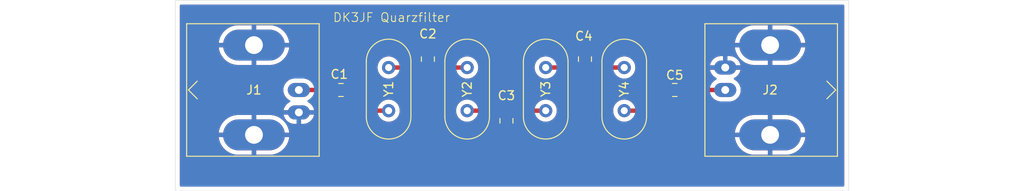
<source format=kicad_pcb>
(kicad_pcb (version 20240108) (generator "pcbnew") (generator_version "8.0")
  (layers (0 "F.Cu" signal) (31 "B.Cu" signal) (34 "B.Paste" user) (35 "F.Paste" user) (36 "B.SilkS" user "B.Silkscreen") (37 "F.SilkS" user "F.Silkscreen") (38 "B.Mask" user) (39 "F.Mask" user) (44 "Edge.Cuts" user))
  (net 0 "")
  (net 1 "Net-(J1-In)")
  (net 2 "Net-(C1-Pad2)")
  (net 3 "Net-(C2-Pad1)")
  (net 4 "GND")
  (net 5 "Net-(C3-Pad2)")
  (net 6 "Net-(C4-Pad2)")
  (net 7 "Net-(C5-Pad1)")
  (net 8 "Net-(J2-In)")
  (footprint "Capacitor_SMD:C_0805_2012Metric" (layer "F.Cu") (at 137.795 92.39 90)
    (property "Reference" "C3" (at 2.855 0 0) (layer "F.SilkS"))
    (property "Value" "470pF")
    (fp_line (start -0.261252 -0.735) (end 0.261252 -0.735) (stroke (width 0.12)) (layer "F.SilkS"))
    (fp_line (start -0.261252 0.735) (end 0.261252 0.735) (stroke (width 0.12)) (layer "F.SilkS"))
    (pad "1" smd roundrect (at -0.95 0 90) (size 1 1.45) (layers "F.Cu" "F.Paste" "F.Mask") (net 4 "GND"))
    (pad "2" smd roundrect (at 0.95 0 90) (size 1 1.45) (layers "F.Cu" "F.Paste" "F.Mask") (net 5 "Net-(C3-Pad2)"))
  )
  (footprint "Crystal:Crystal_HC49-U_Vertical" (layer "F.Cu") (at 142.24 91.24 90)
    (property "Reference" "Y3" (at 2.45 0 270) (layer "F.SilkS"))
    (property "Value" "10M")
    (fp_line (start -0.685 -2.525) (end 5.565 -2.525) (stroke (width 0.12)) (layer "F.SilkS"))
    (fp_line (start -0.685 2.525) (end 5.565 2.525) (stroke (width 0.12)) (layer "F.SilkS"))
    (fp_arc (start 5.565 -2.525) (mid 8.09 0) (end 5.565 2.525) (stroke (width 0.12)) (layer "F.SilkS"))
    (fp_arc (start -0.685 2.525) (mid -3.21 0) (end -0.685 -2.525) (stroke (width 0.12)) (layer "F.SilkS"))
    (pad "1" thru_hole circle (at 0 0 90) (size 1.5 1.5) (drill 0.8) (layers "*.Cu" "*.Mask") (net 5 "Net-(C3-Pad2)"))
    (pad "2" thru_hole circle (at 4.88 0 90) (size 1.5 1.5) (drill 0.8) (layers "*.Cu" "*.Mask") (net 6 "Net-(C4-Pad2)"))
  )
  (footprint "Capacitor_SMD:C_0805_2012Metric" (layer "F.Cu") (at 146.685 85.405 -90)
    (property "Reference" "C4" (at -2.601 0.127 180) (layer "F.SilkS"))
    (property "Value" "470pF")
    (fp_line (start -0.261252 0.735) (end 0.261252 0.735) (stroke (width 0.12)) (layer "F.SilkS"))
    (fp_line (start -0.261252 -0.735) (end 0.261252 -0.735) (stroke (width 0.12)) (layer "F.SilkS"))
    (pad "1" smd roundrect (at -0.95 0 270) (size 1 1.45) (layers "F.Cu" "F.Paste" "F.Mask") (net 4 "GND"))
    (pad "2" smd roundrect (at 0.95 0 270) (size 1 1.45) (layers "F.Cu" "F.Paste" "F.Mask") (net 6 "Net-(C4-Pad2)"))
  )
  (footprint "Capacitor_SMD:C_0805_2012Metric" (layer "F.Cu") (at 119.06 88.9)
    (property "Reference" "C1" (at -0.188 -1.778 0) (layer "F.SilkS"))
    (property "Value" "470pF")
    (fp_line (start -0.261252 -0.735) (end 0.261252 -0.735) (stroke (width 0.12)) (layer "F.SilkS"))
    (fp_line (start -0.261252 0.735) (end 0.261252 0.735) (stroke (width 0.12)) (layer "F.SilkS"))
    (pad "1" smd roundrect (at -0.95 0) (size 1 1.45) (layers "F.Cu" "F.Paste" "F.Mask") (net 1 "Net-(J1-In)"))
    (pad "2" smd roundrect (at 0.95 0) (size 1 1.45) (layers "F.Cu" "F.Paste" "F.Mask") (net 2 "Net-(C1-Pad2)"))
  )
  (footprint "Connector_Coaxial:BNC_Amphenol_B6252HB-NPP3G-50_Horizontal" (layer "F.Cu") (at 162.56 88.9 -90)
    (property "Reference" "J2" (at 0 -5.08 180) (layer "F.SilkS"))
    (property "Value" "Conn_BNC")
    (fp_line (start -7.5 2.3) (end -7.5 -12.7) (stroke (width 0.12)) (layer "F.SilkS"))
    (fp_line (start 7.5 2.3) (end -7.5 2.3) (stroke (width 0.12)) (layer "F.SilkS"))
    (fp_line (start 0 -12.5) (end -1 -11.5) (stroke (width 0.12)) (layer "F.SilkS"))
    (fp_line (start 0 -12.5) (end 1 -11.5) (stroke (width 0.12)) (layer "F.SilkS"))
    (fp_line (start -7.5 -12.7) (end 7.5 -12.7) (stroke (width 0.12)) (layer "F.SilkS"))
    (fp_line (start 7.5 -12.7) (end 7.5 2.3) (stroke (width 0.12)) (layer "F.SilkS"))
    (pad "1" thru_hole oval (at 0 0 270) (size 1.6 2.5) (drill 0.89) (layers "*.Cu" "*.Mask") (net 8 "Net-(J2-In)"))
    (pad "2" thru_hole oval (at -5.08 -5.08 270) (size 3.5 7) (drill 2.01) (layers "*.Cu" "*.Mask") (net 4 "GND"))
    (pad "2" thru_hole oval (at -2.54 0 270) (size 1.6 2.5) (drill 0.89) (layers "*.Cu" "*.Mask") (net 4 "GND"))
    (pad "2" thru_hole oval (at 5.08 -5.08 270) (size 3.5 7) (drill 2.01) (layers "*.Cu" "*.Mask") (net 4 "GND"))
  )
  (footprint "Crystal:Crystal_HC49-U_Vertical" (layer "F.Cu") (at 133.35 86.36 -90)
    (property "Reference" "Y2" (at 2.45 0 90) (layer "F.SilkS"))
    (property "Value" "10M")
    (fp_line (start -0.685 2.525) (end 5.565 2.525) (stroke (width 0.12)) (layer "F.SilkS"))
    (fp_line (start -0.685 -2.525) (end 5.565 -2.525) (stroke (width 0.12)) (layer "F.SilkS"))
    (fp_arc (start -0.685 2.525) (mid -3.21 0) (end -0.685 -2.525) (stroke (width 0.12)) (layer "F.SilkS"))
    (fp_arc (start 5.565 -2.525) (mid 8.09 0) (end 5.565 2.525) (stroke (width 0.12)) (layer "F.SilkS"))
    (pad "1" thru_hole circle (at 0 0 270) (size 1.5 1.5) (drill 0.8) (layers "*.Cu" "*.Mask") (net 3 "Net-(C2-Pad1)"))
    (pad "2" thru_hole circle (at 4.88 0 270) (size 1.5 1.5) (drill 0.8) (layers "*.Cu" "*.Mask") (net 5 "Net-(C3-Pad2)"))
  )
  (footprint "Connector_Coaxial:BNC_Amphenol_B6252HB-NPP3G-50_Horizontal" (layer "F.Cu") (at 114.3 88.9 90)
    (property "Reference" "J1" (at 0 -5.08 0) (layer "F.SilkS"))
    (property "Value" "Conn_BNC")
    (fp_line (start 7.5 -12.7) (end 7.5 2.3) (stroke (width 0.12)) (layer "F.SilkS"))
    (fp_line (start -7.5 -12.7) (end 7.5 -12.7) (stroke (width 0.12)) (layer "F.SilkS"))
    (fp_line (start 0 -12.5) (end 1 -11.5) (stroke (width 0.12)) (layer "F.SilkS"))
    (fp_line (start 0 -12.5) (end -1 -11.5) (stroke (width 0.12)) (layer "F.SilkS"))
    (fp_line (start 7.5 2.3) (end -7.5 2.3) (stroke (width 0.12)) (layer "F.SilkS"))
    (fp_line (start -7.5 2.3) (end -7.5 -12.7) (stroke (width 0.12)) (layer "F.SilkS"))
    (pad "1" thru_hole oval (at 0 0 90) (size 1.6 2.5) (drill 0.89) (layers "*.Cu" "*.Mask") (net 1 "Net-(J1-In)"))
    (pad "2" thru_hole oval (at -5.08 -5.08 90) (size 3.5 7) (drill 2.01) (layers "*.Cu" "*.Mask") (net 4 "GND"))
    (pad "2" thru_hole oval (at -2.54 0 90) (size 1.6 2.5) (drill 0.89) (layers "*.Cu" "*.Mask") (net 4 "GND"))
    (pad "2" thru_hole oval (at 5.08 -5.08 90) (size 3.5 7) (drill 2.01) (layers "*.Cu" "*.Mask") (net 4 "GND"))
  )
  (footprint "Capacitor_SMD:C_0805_2012Metric" (layer "F.Cu") (at 156.845 88.9)
    (property "Reference" "C5" (at 0 -1.68 0) (layer "F.SilkS"))
    (property "Value" "1500pF")
    (fp_line (start -0.261252 -0.735) (end 0.261252 -0.735) (stroke (width 0.12)) (layer "F.SilkS"))
    (fp_line (start -0.261252 0.735) (end 0.261252 0.735) (stroke (width 0.12)) (layer "F.SilkS"))
    (pad "1" smd roundrect (at -0.95 0) (size 1 1.45) (layers "F.Cu" "F.Paste" "F.Mask") (net 7 "Net-(C5-Pad1)"))
    (pad "2" smd roundrect (at 0.95 0) (size 1 1.45) (layers "F.Cu" "F.Paste" "F.Mask") (net 8 "Net-(J2-In)"))
  )
  (footprint "Crystal:Crystal_HC49-U_Vertical" (layer "F.Cu") (at 124.46 91.24 90)
    (property "Reference" "Y1" (at 2.45 0 270) (layer "F.SilkS"))
    (property "Value" "10M")
    (fp_line (start -0.685 -2.525) (end 5.565 -2.525) (stroke (width 0.12)) (layer "F.SilkS"))
    (fp_line (start -0.685 2.525) (end 5.565 2.525) (stroke (width 0.12)) (layer "F.SilkS"))
    (fp_arc (start 5.565 -2.525) (mid 8.09 0) (end 5.565 2.525) (stroke (width 0.12)) (layer "F.SilkS"))
    (fp_arc (start -0.685 2.525) (mid -3.21 0) (end -0.685 -2.525) (stroke (width 0.12)) (layer "F.SilkS"))
    (pad "1" thru_hole circle (at 0 0 90) (size 1.5 1.5) (drill 0.8) (layers "*.Cu" "*.Mask") (net 2 "Net-(C1-Pad2)"))
    (pad "2" thru_hole circle (at 4.88 0 90) (size 1.5 1.5) (drill 0.8) (layers "*.Cu" "*.Mask") (net 3 "Net-(C2-Pad1)"))
  )
  (footprint "Capacitor_SMD:C_0805_2012Metric" (layer "F.Cu") (at 128.905 85.41 90)
    (property "Reference" "C2" (at 2.86 0 0) (layer "F.SilkS"))
    (property "Value" "470pF")
    (fp_line (start -0.261252 -0.735) (end 0.261252 -0.735) (stroke (width 0.12)) (layer "F.SilkS"))
    (fp_line (start -0.261252 0.735) (end 0.261252 0.735) (stroke (width 0.12)) (layer "F.SilkS"))
    (pad "1" smd roundrect (at -0.95 0 90) (size 1 1.45) (layers "F.Cu" "F.Paste" "F.Mask") (net 3 "Net-(C2-Pad1)"))
    (pad "2" smd roundrect (at 0.95 0 90) (size 1 1.45) (layers "F.Cu" "F.Paste" "F.Mask") (net 4 "GND"))
  )
  (footprint "Crystal:Crystal_HC49-U_Vertical" (layer "F.Cu") (at 151.13 86.36 -90)
    (property "Reference" "Y4" (at 2.45 0 90) (layer "F.SilkS"))
    (property "Value" "10M")
    (fp_line (start -0.685 2.525) (end 5.565 2.525) (stroke (width 0.12)) (layer "F.SilkS"))
    (fp_line (start -0.685 -2.525) (end 5.565 -2.525) (stroke (width 0.12)) (layer "F.SilkS"))
    (fp_arc (start -0.685 2.525) (mid -3.21 0) (end -0.685 -2.525) (stroke (width 0.12)) (layer "F.SilkS"))
    (fp_arc (start 5.565 -2.525) (mid 8.09 0) (end 5.565 2.525) (stroke (width 0.12)) (layer "F.SilkS"))
    (pad "1" thru_hole circle (at 0 0 270) (size 1.5 1.5) (drill 0.8) (layers "*.Cu" "*.Mask") (net 6 "Net-(C4-Pad2)"))
    (pad "2" thru_hole circle (at 4.88 0 270) (size 1.5 1.5) (drill 0.8) (layers "*.Cu" "*.Mask") (net 7 "Net-(C5-Pad1)"))
  )
  (gr_rect (start 100.33 78.74) (end 176.53 100.33) (stroke (width 0.05)) (fill none) (layer "Edge.Cuts"))
  (gr_text "DK3JF Quarzfilter" (at 118.11 81.28 0) (layer "F.SilkS") (effects (font (size 1 1) (thickness 0.1)) (justify left bottom)))
  (segment (start 118.11 88.9) (end 114.3 88.9) (width 0.5) (layer "F.Cu") (net 1))
  (segment (start 124.46 91.24) (end 122.35 91.24) (width 0.5) (layer "F.Cu") (net 2))
  (segment (start 122.35 91.24) (end 120.01 88.9) (width 0.5) (layer "F.Cu") (net 2))
  (segment (start 133.35 86.36) (end 128.905 86.36) (width 0.5) (layer "F.Cu") (net 3))
  (segment (start 128.905 86.36) (end 124.46 86.36) (width 0.5) (layer "F.Cu") (net 3))
  (segment (start 137.995 91.24) (end 137.795 91.44) (width 0.2) (layer "F.Cu") (net 5))
  (segment (start 137.795 91.44) (end 137.16 91.44) (width 0.2) (layer "F.Cu") (net 5))
  (segment (start 137.16 91.44) (end 136.96 91.24) (width 0.2) (layer "F.Cu") (net 5))
  (segment (start 136.96 91.24) (end 133.35 91.24) (width 0.5) (layer "F.Cu") (net 5))
  (segment (start 142.24 91.24) (end 137.995 91.24) (width 0.5) (layer "F.Cu") (net 5))
  (segment (start 142.245 86.355) (end 142.24 86.36) (width 0.2) (layer "F.Cu") (net 6))
  (segment (start 151.13 86.36) (end 146.69 86.36) (width 0.5) (layer "F.Cu") (net 6))
  (segment (start 146.685 86.355) (end 142.245 86.355) (width 0.5) (layer "F.Cu") (net 6))
  (segment (start 146.69 86.36) (end 146.685 86.355) (width 0.2) (layer "F.Cu") (net 6))
  (segment (start 155.895 88.9) (end 153.555 91.24) (width 0.5) (layer "F.Cu") (net 7))
  (segment (start 153.555 91.24) (end 151.13 91.24) (width 0.5) (layer "F.Cu") (net 7))
  (segment (start 161.925 88.9) (end 157.795 88.9) (width 0.5) (layer "F.Cu") (net 8))
  (zone (net 4) (net_name "GND") (layer "F.Cu") (connect_pads (clearance 0.5)) (min_thickness 0.25) (fill yes (thermal_gap 0.5) (thermal_bridge_width 0.5))
    (polygon (pts (xy 100.33 78.74) (xy 176.53 78.74) (xy 176.53 100.33) (xy 100.33 100.33)))
  )
  (zone (net 4) (net_name "GND") (layer "B.Cu") (priority 1) (connect_pads (clearance 0.5)) (min_thickness 0.25) (fill yes (thermal_gap 0.5) (thermal_bridge_width 0.5))
    (polygon (pts (xy 100.33 78.74) (xy 176.53 78.74) (xy 176.53 100.33) (xy 100.33 100.33)))
  )
)
</source>
